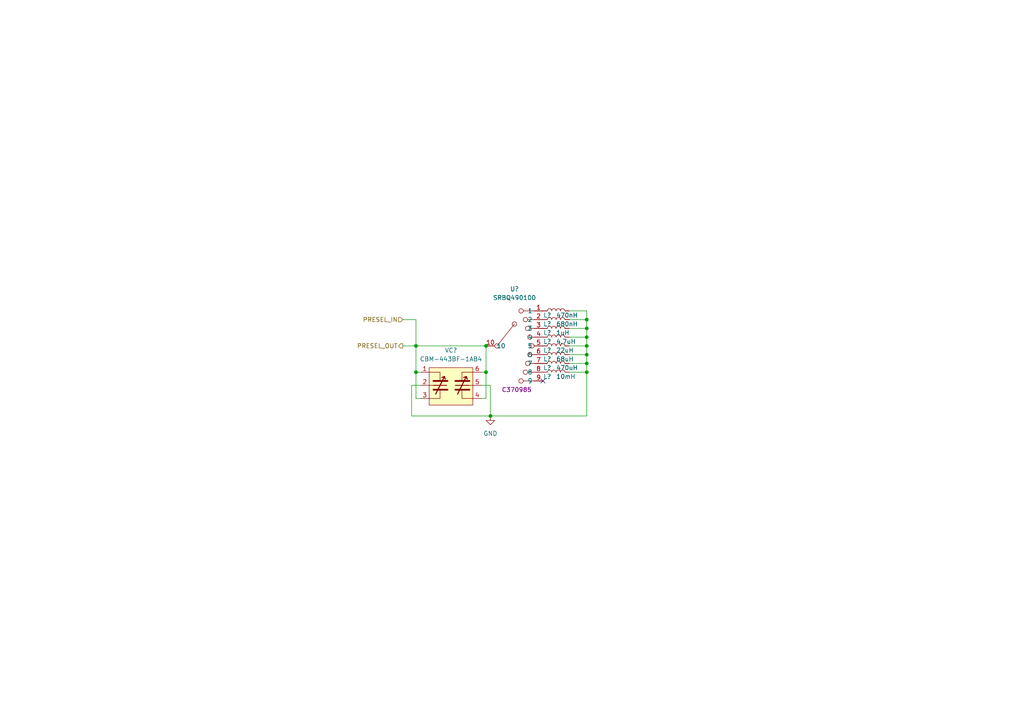
<source format=kicad_sch>
(kicad_sch (version 20211123) (generator eeschema)
  (paper "A4")
  (title_block (title "Pre-selector") (rev "A0") (company "imi415"))
  (lib_symbols
    (symbol "Device:L" (pin_numbers hide) (pin_names (offset 1.016) hide)
      (property "Reference" "L" (at -1.27 0 90))
      (property "Value" "L" (at 1.905 0 90))
      (symbol "L_0_1"
        (arc (start 0 -2.54) (mid 0.635 -1.905) (end 0 -1.27))
        (arc (start 0 -1.27) (mid 0.635 -0.635) (end 0 0))
        (arc (start 0 0) (mid 0.635 0.635) (end 0 1.27))
        (arc (start 0 1.27) (mid 0.635 1.905) (end 0 2.54))
      )
      (symbol "L_1_1"
        (pin passive line (at 0 3.81 270) (length 1.27) (name "1") (number "1"))
        (pin passive line (at 0 -3.81 90) (length 1.27) (name "2") (number "2"))
      )
    )
    (symbol "Device_Local:CBM-443BF-1AB4"
      (property "Reference" "VC" (at -5.08 -6.985 0))
      (property "Value" "CBM-443BF-1AB4" (at 0 8.255 0))
      (symbol "CBM-443BF-1AB4_0_0"
        (pin passive line (at -8.89 3.81 0) (length 2.54) (name "") (number "1"))
        (pin passive line (at -8.89 0 0) (length 2.54) (name "") (number "2"))
        (pin passive line (at -8.89 -3.81 0) (length 2.54) (name "") (number "3"))
        (pin passive line (at 8.89 -3.81 180) (length 2.54) (name "") (number "4"))
        (pin passive line (at 8.89 0 180) (length 2.54) (name "") (number "5"))
        (pin passive line (at 8.89 3.81 180) (length 2.54) (name "") (number "6"))
      )
      (symbol "CBM-443BF-1AB4_0_1"
        (rectangle (start -6.35 5.08) (end 6.35 -5.715) (stroke (width 0.1524)) (fill (type background)))
        (polyline (pts (xy -5.08 -1.27) (xy -1.016 -1.27)) (stroke (width 0.508)))
        (polyline (pts (xy -5.08 0) (xy -6.35 0)) (stroke (width 0.1524)))
        (polyline (pts (xy -5.08 0) (xy -1.27 0)) (stroke (width 0.254)))
        (polyline (pts (xy -5.08 1.27) (xy -1.016 1.27)) (stroke (width 0.508)))
        (polyline (pts (xy -1.905 2.54) (xy -4.445 -2.54)) (stroke (width 0.3048)))
        (polyline (pts (xy -1.905 2.54) (xy -2.667 2.286)) (stroke (width 0.3048)))
        (polyline (pts (xy -1.905 2.54) (xy -1.651 1.778)) (stroke (width 0.3048)))
        (polyline (pts (xy 1.27 -1.27) (xy 5.334 -1.27)) (stroke (width 0.508)))
        (polyline (pts (xy 1.27 0) (xy 5.08 0)) (stroke (width 0.254)))
        (polyline (pts (xy 1.27 1.27) (xy 5.334 1.27)) (stroke (width 0.508)))
        (polyline (pts (xy 4.445 2.54) (xy 1.905 -2.54)) (stroke (width 0.3048)))
        (polyline (pts (xy 4.445 2.54) (xy 3.683 2.286)) (stroke (width 0.3048)))
        (polyline (pts (xy 4.445 2.54) (xy 4.699 1.778)) (stroke (width 0.3048)))
        (polyline (pts (xy 6.35 0) (xy 5.08 0)) (stroke (width 0.1524)))
        (polyline (pts (xy -3.175 -1.27) (xy -3.175 -3.81) (xy -6.35 -3.81)) (stroke (width 0.1524)))
        (polyline (pts (xy -3.175 1.27) (xy -3.175 3.81) (xy -6.35 3.81)) (stroke (width 0.1524)))
        (polyline (pts (xy 3.175 -1.27) (xy 3.175 -3.81) (xy 6.35 -3.81)) (stroke (width 0.1524)))
        (polyline (pts (xy 3.175 1.27) (xy 3.175 3.81) (xy 6.35 3.81)) (stroke (width 0.1524)))
      )
    )
    (symbol "Switch_Local:SW_Rotary_1x9"
      (property "Reference" "U" (at 0 0 0))
      (property "Value" "SW_Rotary_1x9" (at 0 13.97 0))
      (symbol "SW_Rotary_1x9_0_0"
        (circle (center -5.715 0) (radius 0.635))
        (circle (center -0.635 6.35) (radius 0.635))
        (polyline (pts (xy -5.715 0) (xy -0.635 6.35)))
        (polyline (pts (xy 1.905 -10.16) (xy 5.08 -10.16)))
        (polyline (pts (xy 1.905 10.16) (xy 5.08 10.16)))
        (polyline (pts (xy 3.175 -7.62) (xy 5.08 -7.62)))
        (polyline (pts (xy 3.175 7.62) (xy 5.08 7.62)))
        (polyline (pts (xy 3.81 -5.08) (xy 5.08 -5.08)))
        (polyline (pts (xy 3.81 5.08) (xy 5.08 5.08)))
        (polyline (pts (xy 4.445 -2.54) (xy 5.08 -2.54)))
        (polyline (pts (xy 4.445 2.54) (xy 5.08 2.54)))
        (circle (center 1.27 -10.16) (radius 0.635))
        (circle (center 1.27 10.16) (radius 0.635))
        (circle (center 2.54 -7.62) (radius 0.635))
        (circle (center 2.54 7.62) (radius 0.635))
        (circle (center 3.175 -5.08) (radius 0.635))
        (circle (center 3.175 5.08) (radius 0.635))
        (circle (center 3.81 -2.54) (radius 0.635))
        (circle (center 3.81 2.54) (radius 0.635))
        (circle (center 4.445 0) (radius 0.635))
        (pin passive line (at 7.62 10.16 180) (length 2.54) (name "1") (number "1"))
        (pin passive line (at -8.89 0 0) (length 2.54) (name "10") (number "10"))
        (pin passive line (at 7.62 7.62 180) (length 2.54) (name "2") (number "2"))
        (pin passive line (at 7.62 5.08 180) (length 2.54) (name "3") (number "3"))
        (pin passive line (at 7.62 2.54 180) (length 2.54) (name "4") (number "4"))
        (pin passive line (at 7.62 0 180) (length 2.54) (name "5") (number "5"))
        (pin passive line (at 7.62 -2.54 180) (length 2.54) (name "6") (number "6"))
        (pin passive line (at 7.62 -5.08 180) (length 2.54) (name "7") (number "7"))
        (pin passive line (at 7.62 -7.62 180) (length 2.54) (name "8") (number "8"))
        (pin passive line (at 7.62 -10.16 180) (length 2.54) (name "9") (number "9"))
      )
    )
    (symbol "power:GND" (power) (pin_names (offset 0))
      (property "Value" "GND" (at 0 -3.81 0))
      (symbol "GND_0_1"
        (polyline (pts (xy 0 0) (xy 0 -1.27) (xy 1.27 -1.27) (xy 0 -2.54) (xy -1.27 -1.27) (xy 0 -1.27)))
      )
      (symbol "GND_1_1"
        (pin power_in line (at 0 0 270) (length 0) hide (name "GND") (number "1"))
      )
    )
  )
  (junction (at 170.18 105.41))
  (junction (at 120.65 107.95))
  (junction (at 170.18 100.33))
  (junction (at 120.65 100.33))
  (junction (at 170.18 97.79))
  (junction (at 140.97 107.95))
  (junction (at 140.97 100.33))
  (junction (at 170.18 92.71))
  (junction (at 170.18 107.95))
  (junction (at 142.24 120.65))
  (junction (at 170.18 95.25))
  (junction (at 170.18 102.87))
  (no_connect (at 157.48 110.49))
  (wire (pts (xy 139.7 107.95) (xy 140.97 107.95)))
  (wire (pts (xy 139.7 111.76) (xy 142.24 111.76)))
  (wire (pts (xy 120.65 92.71) (xy 120.65 100.33)))
  (wire (pts (xy 140.97 100.33) (xy 140.97 107.95)))
  (wire (pts (xy 119.38 120.65) (xy 142.24 120.65)))
  (wire (pts (xy 170.18 92.71) (xy 170.18 95.25)))
  (wire (pts (xy 139.7 115.57) (xy 140.97 115.57)))
  (wire (pts (xy 120.65 107.95) (xy 120.65 115.57)))
  (wire (pts (xy 170.18 95.25) (xy 170.18 97.79)))
  (wire (pts (xy 165.1 90.17) (xy 170.18 90.17)))
  (wire (pts (xy 120.65 107.95) (xy 120.65 100.33)))
  (wire (pts (xy 170.18 97.79) (xy 170.18 100.33)))
  (wire (pts (xy 170.18 100.33) (xy 170.18 102.87)))
  (wire (pts (xy 170.18 102.87) (xy 170.18 105.41)))
  (wire (pts (xy 140.97 107.95) (xy 140.97 115.57)))
  (wire (pts (xy 165.1 100.33) (xy 170.18 100.33)))
  (wire (pts (xy 121.92 115.57) (xy 120.65 115.57)))
  (wire (pts (xy 116.84 92.71) (xy 120.65 92.71)))
  (wire (pts (xy 120.65 100.33) (xy 140.97 100.33)))
  (wire (pts (xy 165.1 95.25) (xy 170.18 95.25)))
  (wire (pts (xy 165.1 107.95) (xy 170.18 107.95)))
  (wire (pts (xy 170.18 105.41) (xy 170.18 107.95)))
  (wire (pts (xy 165.1 92.71) (xy 170.18 92.71)))
  (wire (pts (xy 121.92 111.76) (xy 119.38 111.76)))
  (wire (pts (xy 121.92 107.95) (xy 120.65 107.95)))
  (wire (pts (xy 165.1 105.41) (xy 170.18 105.41)))
  (wire (pts (xy 142.24 120.65) (xy 170.18 120.65)))
  (wire (pts (xy 142.24 111.76) (xy 142.24 120.65)))
  (wire (pts (xy 165.1 102.87) (xy 170.18 102.87)))
  (wire (pts (xy 116.84 100.33) (xy 120.65 100.33)))
  (wire (pts (xy 119.38 111.76) (xy 119.38 120.65)))
  (wire (pts (xy 170.18 90.17) (xy 170.18 92.71)))
  (wire (pts (xy 170.18 107.95) (xy 170.18 120.65)))
  (wire (pts (xy 165.1 97.79) (xy 170.18 97.79)))
  (hierarchical_label "PRESEL_OUT" (shape output) (at 116.84 100.33 180))
  (hierarchical_label "PRESEL_IN" (shape input) (at 116.84 92.71 180))
  (symbol (lib_id "power:GND") (at 142.24 120.65 0) (unit 1)
    (property "Reference" "#PWR?" (effects hide))
    (property "Value" "GND" (at 142.24 125.73 0))
  )
  (symbol (lib_id "Device:L") (at 161.29 97.79 90) (unit 1)
    (property "Reference" "L?" (at 158.75 99.06 90))
    (property "Value" "4.7uH" (at 161.29 99.06 90) (effects (justify right)))
  )
  (symbol (lib_id "Device:L") (at 161.29 92.71 90) (unit 1)
    (property "Reference" "L?" (at 158.75 93.98 90))
    (property "Value" "680nH" (at 161.29 93.98 90) (effects (justify right)))
  )
  (symbol (lib_id "Device:L") (at 161.29 107.95 90) (unit 1)
    (property "Reference" "L?" (at 158.75 109.22 90))
    (property "Value" "10mH" (at 161.29 109.22 90) (effects (justify right)))
  )
  (symbol (lib_id "Device:L") (at 161.29 90.17 90) (unit 1)
    (property "Reference" "L?" (at 158.75 91.44 90))
    (property "Value" "470nH" (at 161.29 91.44 90) (effects (justify right)))
  )
  (symbol (lib_id "Switch_Local:SW_Rotary_1x9") (at 149.86 100.33 0) (unit 1)
    (property "Reference" "U?" (at 149.225 83.82 0))
    (property "Value" "SRBQ490100" (at 149.225 86.36 0))
    (property "MPN" "C370985" (at 149.86 113.03 0))
  )
  (symbol (lib_id "Device:L") (at 161.29 102.87 90) (unit 1)
    (property "Reference" "L?" (at 158.75 104.14 90))
    (property "Value" "68uH" (at 161.29 104.14 90) (effects (justify right)))
  )
  (symbol (lib_id "Device_Local:CBM-443BF-1AB4") (at 130.81 111.76 0) (unit 1)
    (property "Reference" "VC?" (at 130.81 101.6 0))
    (property "Value" "CBM-443BF-1AB4" (at 130.81 104.14 0))
  )
  (symbol (lib_id "Device:L") (at 161.29 100.33 90) (unit 1)
    (property "Reference" "L?" (at 158.75 101.6 90))
    (property "Value" "22uH" (at 161.29 101.6 90) (effects (justify right)))
  )
  (symbol (lib_id "Device:L") (at 161.29 95.25 90) (unit 1)
    (property "Reference" "L?" (at 158.75 96.52 90))
    (property "Value" "1uH" (at 161.29 96.52 90) (effects (justify right)))
  )
  (symbol (lib_id "Device:L") (at 161.29 105.41 90) (unit 1)
    (property "Reference" "L?" (at 158.75 106.68 90))
    (property "Value" "470uH" (at 161.29 106.68 90) (effects (justify right)))
  )
)
</source>
